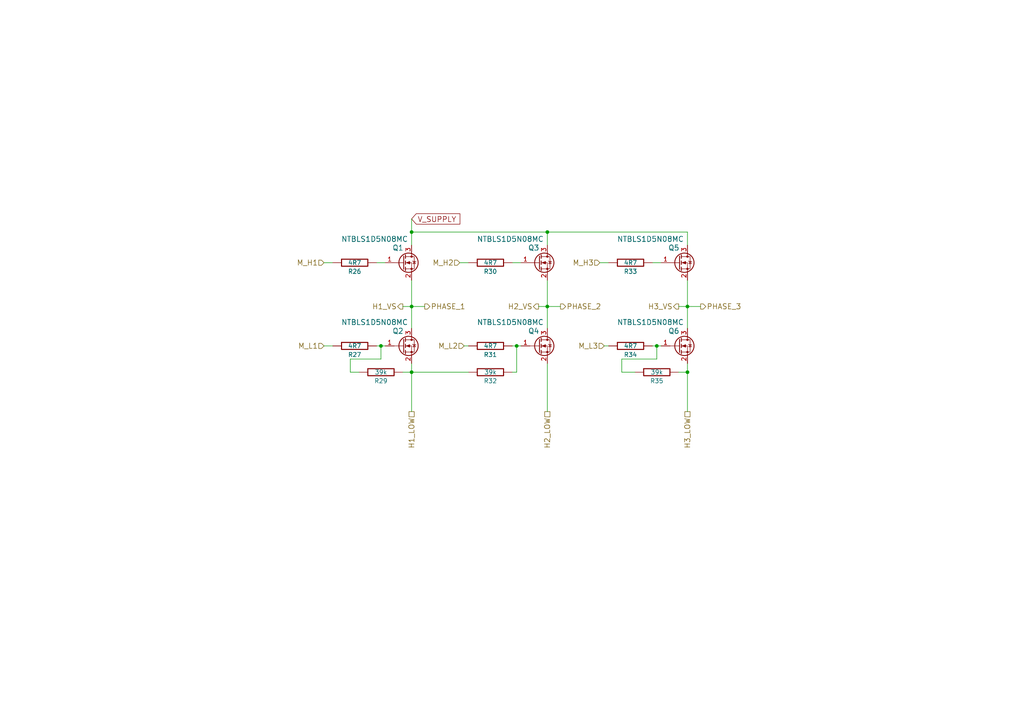
<source format=kicad_sch>
(kicad_sch (version 20231120) (generator "eeschema") (generator_version "8.0")
  (paper "A4")
  (lib_symbols
    (symbol "BLDC_4-rescue:R-RESCUE-BLDC_4" (pin_numbers hide) (pin_names (offset 0))
      (property "Reference" "R" (at 2.032 0 90))
      (property "Value" "R-RESCUE-BLDC_4" (at 0.1778 0.0254 90))
      (symbol "R-RESCUE-BLDC_4_0_1"
        (rectangle (start -1.016 3.81) (end 1.016 -3.81) (stroke (width 0.3048)))
      )
      (symbol "R-RESCUE-BLDC_4_1_1"
        (pin passive line (at 0 6.35 270) (length 2.54) (name "~") (number "1"))
        (pin passive line (at 0 -6.35 90) (length 2.54) (name "~") (number "2"))
      )
    )
    (symbol "Transistor_FET:DMN61D8LQ" (pin_names hide)
      (property "Reference" "Q" (at 5.08 1.905 0))
      (property "Value" "DMN61D8LQ" (at 5.08 0 0))
      (symbol "DMN61D8LQ_0_1"
        (polyline (pts (xy 0.254 0) (xy -2.54 0)))
        (polyline (pts (xy 0.254 1.905) (xy 0.254 -1.905)) (stroke (width 0.254)))
        (polyline (pts (xy 0.762 -1.27) (xy 0.762 -2.286)) (stroke (width 0.254)))
        (polyline (pts (xy 0.762 0.508) (xy 0.762 -0.508)) (stroke (width 0.254)))
        (polyline (pts (xy 0.762 2.286) (xy 0.762 1.27)) (stroke (width 0.254)))
        (polyline (pts (xy 2.54 2.54) (xy 2.54 1.778)))
        (polyline (pts (xy 2.54 -2.54) (xy 2.54 0) (xy 0.762 0)))
        (polyline (pts (xy 0.762 -1.778) (xy 3.302 -1.778) (xy 3.302 1.778) (xy 0.762 1.778)))
        (polyline (pts (xy 1.016 0) (xy 2.032 0.381) (xy 2.032 -0.381) (xy 1.016 0)) (fill (type outline)))
        (polyline (pts (xy 2.794 0.508) (xy 2.921 0.381) (xy 3.683 0.381) (xy 3.81 0.254)))
        (polyline (pts (xy 3.302 0.381) (xy 2.921 -0.254) (xy 3.683 -0.254) (xy 3.302 0.381)))
        (circle (center 1.651 0) (radius 2.794) (stroke (width 0.254)))
        (circle (center 2.54 -1.778) (radius 0.254) (fill (type outline)))
        (circle (center 2.54 1.778) (radius 0.254) (fill (type outline)))
      )
      (symbol "DMN61D8LQ_1_1"
        (pin input line (at -5.08 0 0) (length 2.54) (name "G") (number "1"))
        (pin passive line (at 2.54 -5.08 90) (length 2.54) (name "S") (number "2"))
        (pin passive line (at 2.54 5.08 270) (length 2.54) (name "D") (number "3"))
      )
    )
  )
  (junction (at 158.75 67.31))
  (junction (at 199.39 88.9))
  (junction (at 119.38 67.31))
  (junction (at 149.86 100.33))
  (junction (at 119.38 88.9))
  (junction (at 110.49 100.33))
  (junction (at 190.5 100.33))
  (junction (at 199.39 107.95))
  (junction (at 119.38 107.95))
  (junction (at 158.75 88.9))
  (wire (pts (xy 110.49 100.33) (xy 111.76 100.33)))
  (wire (pts (xy 158.75 88.9) (xy 158.75 95.25)))
  (wire (pts (xy 93.98 76.2) (xy 96.52 76.2)))
  (wire (pts (xy 119.38 67.31) (xy 119.38 71.12)))
  (wire (pts (xy 158.75 81.28) (xy 158.75 88.9)))
  (wire (pts (xy 148.59 76.2) (xy 151.13 76.2)))
  (wire (pts (xy 119.38 105.41) (xy 119.38 107.95)))
  (wire (pts (xy 119.38 88.9) (xy 123.19 88.9)))
  (wire (pts (xy 199.39 88.9) (xy 199.39 95.25)))
  (wire (pts (xy 116.84 88.9) (xy 119.38 88.9)))
  (wire (pts (xy 101.6 107.95) (xy 104.14 107.95)))
  (wire (pts (xy 190.5 100.33) (xy 190.5 104.14)))
  (wire (pts (xy 180.34 104.14) (xy 180.34 107.95)))
  (wire (pts (xy 134.62 100.33) (xy 135.89 100.33)))
  (wire (pts (xy 199.39 107.95) (xy 199.39 119.38)))
  (wire (pts (xy 175.26 100.33) (xy 176.53 100.33)))
  (wire (pts (xy 190.5 100.33) (xy 191.77 100.33)))
  (wire (pts (xy 101.6 104.14) (xy 101.6 107.95)))
  (wire (pts (xy 196.85 88.9) (xy 199.39 88.9)))
  (wire (pts (xy 158.75 67.31) (xy 158.75 71.12)))
  (wire (pts (xy 93.98 100.33) (xy 96.52 100.33)))
  (wire (pts (xy 158.75 88.9) (xy 162.56 88.9)))
  (wire (pts (xy 119.38 67.31) (xy 158.75 67.31)))
  (wire (pts (xy 149.86 107.95) (xy 149.86 100.33)))
  (wire (pts (xy 148.59 107.95) (xy 149.86 107.95)))
  (wire (pts (xy 199.39 88.9) (xy 203.2 88.9)))
  (wire (pts (xy 173.99 76.2) (xy 176.53 76.2)))
  (wire (pts (xy 148.59 100.33) (xy 149.86 100.33)))
  (wire (pts (xy 110.49 100.33) (xy 110.49 104.14)))
  (wire (pts (xy 110.49 104.14) (xy 101.6 104.14)))
  (wire (pts (xy 119.38 107.95) (xy 119.38 119.38)))
  (wire (pts (xy 119.38 63.5) (xy 119.38 67.31)))
  (wire (pts (xy 196.85 107.95) (xy 199.39 107.95)))
  (wire (pts (xy 109.22 100.33) (xy 110.49 100.33)))
  (wire (pts (xy 133.35 76.2) (xy 135.89 76.2)))
  (wire (pts (xy 158.75 67.31) (xy 199.39 67.31)))
  (wire (pts (xy 119.38 81.28) (xy 119.38 88.9)))
  (wire (pts (xy 199.39 105.41) (xy 199.39 107.95)))
  (wire (pts (xy 190.5 104.14) (xy 180.34 104.14)))
  (wire (pts (xy 189.23 76.2) (xy 191.77 76.2)))
  (wire (pts (xy 109.22 76.2) (xy 111.76 76.2)))
  (wire (pts (xy 119.38 107.95) (xy 135.89 107.95)))
  (wire (pts (xy 189.23 100.33) (xy 190.5 100.33)))
  (wire (pts (xy 180.34 107.95) (xy 184.15 107.95)))
  (wire (pts (xy 156.21 88.9) (xy 158.75 88.9)))
  (wire (pts (xy 199.39 81.28) (xy 199.39 88.9)))
  (wire (pts (xy 116.84 107.95) (xy 119.38 107.95)))
  (wire (pts (xy 149.86 100.33) (xy 151.13 100.33)))
  (wire (pts (xy 158.75 105.41) (xy 158.75 119.38)))
  (wire (pts (xy 199.39 67.31) (xy 199.39 71.12)))
  (wire (pts (xy 119.38 88.9) (xy 119.38 95.25)))
  (global_label "V_SUPPLY" (shape input) (at 119.38 63.5 0) (effects (font (size 1.524 1.524))) (property "Intersheetrefs" "${INTERSHEET_REFS}" (effects (hide yes))))
  (hierarchical_label "PHASE_3" (shape output) (at 203.2 88.9 0) (effects (font (size 1.524 1.524))))
  (hierarchical_label "M_L3" (shape input) (at 175.26 100.33 180) (effects (font (size 1.524 1.524))))
  (hierarchical_label "M_H2" (shape input) (at 133.35 76.2 180) (effects (font (size 1.524 1.524))))
  (hierarchical_label "H1_LOW" (shape passive) (at 119.38 119.38 270) (effects (font (size 1.524 1.524))))
  (hierarchical_label "H3_LOW" (shape passive) (at 199.39 119.38 270) (effects (font (size 1.524 1.524))))
  (hierarchical_label "M_L1" (shape input) (at 93.98 100.33 180) (effects (font (size 1.524 1.524))))
  (hierarchical_label "H2_VS" (shape output) (at 156.21 88.9 180) (effects (font (size 1.524 1.524))))
  (hierarchical_label "PHASE_2" (shape output) (at 162.56 88.9 0) (effects (font (size 1.524 1.524))))
  (hierarchical_label "M_H1" (shape input) (at 93.98 76.2 180) (effects (font (size 1.524 1.524))))
  (hierarchical_label "H3_VS" (shape output) (at 196.85 88.9 180) (effects (font (size 1.524 1.524))))
  (hierarchical_label "H2_LOW" (shape passive) (at 158.75 119.38 270) (effects (font (size 1.524 1.524))))
  (hierarchical_label "H1_VS" (shape output) (at 116.84 88.9 180) (effects (font (size 1.524 1.524))))
  (hierarchical_label "M_L2" (shape input) (at 134.62 100.33 180) (effects (font (size 1.524 1.524))))
  (hierarchical_label "M_H3" (shape input) (at 173.99 76.2 180) (effects (font (size 1.524 1.524))))
  (hierarchical_label "PHASE_1" (shape output) (at 123.19 88.9 0) (effects (font (size 1.524 1.524))))
  (symbol (lib_id "Transistor_FET:DMN61D8LQ") (at 156.21 76.2 0) (unit 1)
    (property "Reference" "Q3" (at 156.464 71.882 0) (effects (font (size 1.524 1.524)) (justify right)))
    (property "Value" "NTBLS1D5N08MC" (at 157.734 69.342 0) (effects (font (size 1.524 1.524)) (justify right)))
    (property "Footprint" "Package_TO_SOT_SMD:Infineon_PG-HSOF-8-1" (effects (hide yes)))
  )
  (symbol (lib_id "BLDC_4-rescue:R-RESCUE-BLDC_4") (at 142.24 107.95 90) (unit 1)
    (property "Reference" "R32" (at 142.24 110.49 90))
    (property "Value" "39k" (at 142.24 107.95 90))
    (property "Footprint" "Resistor_SMD:R_0603_1608Metric" (effects (hide yes)))
  )
  (symbol (lib_id "Transistor_FET:DMN61D8LQ") (at 156.21 100.33 0) (unit 1)
    (property "Reference" "Q4" (at 156.464 96.012 0) (effects (font (size 1.524 1.524)) (justify right)))
    (property "Value" "NTBLS1D5N08MC" (at 157.734 93.472 0) (effects (font (size 1.524 1.524)) (justify right)))
    (property "Footprint" "Package_TO_SOT_SMD:Infineon_PG-HSOF-8-1" (effects (hide yes)))
  )
  (symbol (lib_id "Transistor_FET:DMN61D8LQ") (at 196.85 76.2 0) (unit 1)
    (property "Reference" "Q5" (at 197.104 71.882 0) (effects (font (size 1.524 1.524)) (justify right)))
    (property "Value" "NTBLS1D5N08MC" (at 198.374 69.342 0) (effects (font (size 1.524 1.524)) (justify right)))
    (property "Footprint" "Package_TO_SOT_SMD:Infineon_PG-HSOF-8-1" (effects (hide yes)))
  )
  (symbol (lib_id "BLDC_4-rescue:R-RESCUE-BLDC_4") (at 102.87 76.2 270) (unit 1)
    (property "Reference" "R26" (at 102.87 78.74 90))
    (property "Value" "4R7" (at 102.87 76.2 90))
    (property "Footprint" "Resistor_SMD:R_0603_1608Metric" (effects (hide yes)))
  )
  (symbol (lib_id "Transistor_FET:DMN61D8LQ") (at 116.84 100.33 0) (unit 1)
    (property "Reference" "Q2" (at 117.094 96.012 0) (effects (font (size 1.524 1.524)) (justify right)))
    (property "Value" "NTBLS1D5N08MC" (at 118.364 93.472 0) (effects (font (size 1.524 1.524)) (justify right)))
    (property "Footprint" "Package_TO_SOT_SMD:Infineon_PG-HSOF-8-1" (effects (hide yes)))
  )
  (symbol (lib_id "Transistor_FET:DMN61D8LQ") (at 116.84 76.2 0) (unit 1)
    (property "Reference" "Q1" (at 117.094 71.882 0) (effects (font (size 1.524 1.524)) (justify right)))
    (property "Value" "NTBLS1D5N08MC" (at 118.364 69.342 0) (effects (font (size 1.524 1.524)) (justify right)))
    (property "Footprint" "Package_TO_SOT_SMD:Infineon_PG-HSOF-8-1" (effects (hide yes)))
  )
  (symbol (lib_id "BLDC_4-rescue:R-RESCUE-BLDC_4") (at 102.87 100.33 270) (unit 1)
    (property "Reference" "R27" (at 102.87 102.87 90))
    (property "Value" "4R7" (at 102.87 100.33 90))
    (property "Footprint" "Resistor_SMD:R_0603_1608Metric" (effects (hide yes)))
  )
  (symbol (lib_id "BLDC_4-rescue:R-RESCUE-BLDC_4") (at 190.5 107.95 270) (unit 1)
    (property "Reference" "R35" (at 190.5 110.49 90))
    (property "Value" "39k" (at 190.5 107.95 90))
    (property "Footprint" "Resistor_SMD:R_0603_1608Metric" (effects (hide yes)))
  )
  (symbol (lib_id "BLDC_4-rescue:R-RESCUE-BLDC_4") (at 142.24 100.33 270) (unit 1)
    (property "Reference" "R31" (at 142.24 102.87 90))
    (property "Value" "4R7" (at 142.24 100.33 90))
    (property "Footprint" "Resistor_SMD:R_0603_1608Metric" (effects (hide yes)))
  )
  (symbol (lib_id "BLDC_4-rescue:R-RESCUE-BLDC_4") (at 182.88 100.33 270) (unit 1)
    (property "Reference" "R34" (at 182.88 102.87 90))
    (property "Value" "4R7" (at 182.88 100.33 90))
    (property "Footprint" "Resistor_SMD:R_0603_1608Metric" (effects (hide yes)))
  )
  (symbol (lib_id "BLDC_4-rescue:R-RESCUE-BLDC_4") (at 142.24 76.2 270) (unit 1)
    (property "Reference" "R30" (at 142.24 78.74 90))
    (property "Value" "4R7" (at 142.24 76.2 90))
    (property "Footprint" "Resistor_SMD:R_0603_1608Metric" (effects (hide yes)))
  )
  (symbol (lib_id "BLDC_4-rescue:R-RESCUE-BLDC_4") (at 182.88 76.2 270) (unit 1)
    (property "Reference" "R33" (at 182.88 78.74 90))
    (property "Value" "4R7" (at 182.88 76.2 90))
    (property "Footprint" "Resistor_SMD:R_0603_1608Metric" (effects (hide yes)))
  )
  (symbol (lib_id "BLDC_4-rescue:R-RESCUE-BLDC_4") (at 110.49 107.95 270) (unit 1)
    (property "Reference" "R29" (at 110.49 110.49 90))
    (property "Value" "39k" (at 110.49 107.95 90))
    (property "Footprint" "Resistor_SMD:R_0603_1608Metric" (effects (hide yes)))
  )
  (symbol (lib_id "Transistor_FET:DMN61D8LQ") (at 196.85 100.33 0) (unit 1)
    (property "Reference" "Q6" (at 197.104 96.012 0) (effects (font (size 1.524 1.524)) (justify right)))
    (property "Value" "NTBLS1D5N08MC" (at 198.374 93.472 0) (effects (font (size 1.524 1.524)) (justify right)))
    (property "Footprint" "Package_TO_SOT_SMD:Infineon_PG-HSOF-8-1" (effects (hide yes)))
  )
)
</source>
